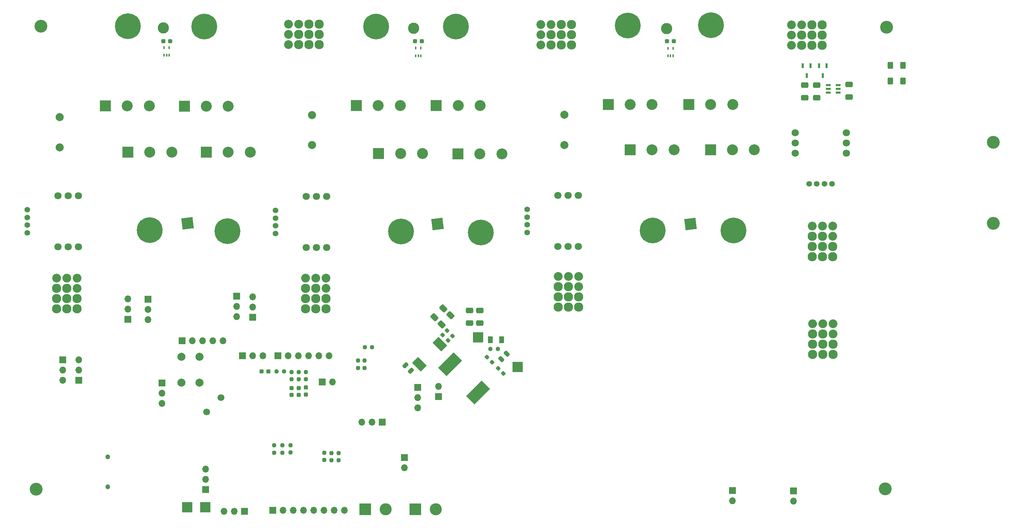
<source format=gbr>
%TF.GenerationSoftware,KiCad,Pcbnew,7.0.1*%
%TF.CreationDate,2023-11-27T14:14:32+03:00*%
%TF.ProjectId,motordriver,6d6f746f-7264-4726-9976-65722e6b6963,rev?*%
%TF.SameCoordinates,Original*%
%TF.FileFunction,Soldermask,Bot*%
%TF.FilePolarity,Negative*%
%FSLAX46Y46*%
G04 Gerber Fmt 4.6, Leading zero omitted, Abs format (unit mm)*
G04 Created by KiCad (PCBNEW 7.0.1) date 2023-11-27 14:14:32*
%MOMM*%
%LPD*%
G01*
G04 APERTURE LIST*
G04 Aperture macros list*
%AMRoundRect*
0 Rectangle with rounded corners*
0 $1 Rounding radius*
0 $2 $3 $4 $5 $6 $7 $8 $9 X,Y pos of 4 corners*
0 Add a 4 corners polygon primitive as box body*
4,1,4,$2,$3,$4,$5,$6,$7,$8,$9,$2,$3,0*
0 Add four circle primitives for the rounded corners*
1,1,$1+$1,$2,$3*
1,1,$1+$1,$4,$5*
1,1,$1+$1,$6,$7*
1,1,$1+$1,$8,$9*
0 Add four rect primitives between the rounded corners*
20,1,$1+$1,$2,$3,$4,$5,0*
20,1,$1+$1,$4,$5,$6,$7,0*
20,1,$1+$1,$6,$7,$8,$9,0*
20,1,$1+$1,$8,$9,$2,$3,0*%
%AMHorizOval*
0 Thick line with rounded ends*
0 $1 width*
0 $2 $3 position (X,Y) of the first rounded end (center of the circle)*
0 $4 $5 position (X,Y) of the second rounded end (center of the circle)*
0 Add line between two ends*
20,1,$1,$2,$3,$4,$5,0*
0 Add two circle primitives to create the rounded ends*
1,1,$1,$2,$3*
1,1,$1,$4,$5*%
%AMRotRect*
0 Rectangle, with rotation*
0 The origin of the aperture is its center*
0 $1 length*
0 $2 width*
0 $3 Rotation angle, in degrees counterclockwise*
0 Add horizontal line*
21,1,$1,$2,0,0,$3*%
G04 Aperture macros list end*
%ADD10C,6.400000*%
%ADD11R,2.715000X2.715000*%
%ADD12C,2.715000*%
%ADD13R,1.700000X1.700000*%
%ADD14O,1.700000X1.700000*%
%ADD15C,2.175000*%
%ADD16C,2.300000*%
%ADD17C,3.200000*%
%ADD18C,1.800000*%
%ADD19C,1.416000*%
%ADD20C,2.000000*%
%ADD21R,3.000000X3.000000*%
%ADD22C,3.000000*%
%ADD23C,1.200000*%
%ADD24R,2.500000X2.500000*%
%ADD25C,1.700000*%
%ADD26RoundRect,0.237500X-0.237500X0.250000X-0.237500X-0.250000X0.237500X-0.250000X0.237500X0.250000X0*%
%ADD27RoundRect,0.237500X0.237500X-0.250000X0.237500X0.250000X-0.237500X0.250000X-0.237500X-0.250000X0*%
%ADD28RoundRect,0.250000X-0.167938X0.751301X-0.751301X0.167938X0.167938X-0.751301X0.751301X-0.167938X0*%
%ADD29RoundRect,0.237500X-0.300000X-0.237500X0.300000X-0.237500X0.300000X0.237500X-0.300000X0.237500X0*%
%ADD30RoundRect,0.250000X-0.400000X-0.625000X0.400000X-0.625000X0.400000X0.625000X-0.400000X0.625000X0*%
%ADD31RoundRect,0.237500X0.237500X-0.300000X0.237500X0.300000X-0.237500X0.300000X-0.237500X-0.300000X0*%
%ADD32R,0.400000X0.650000*%
%ADD33R,0.600000X1.300000*%
%ADD34RoundRect,0.237500X-0.250000X-0.237500X0.250000X-0.237500X0.250000X0.237500X-0.250000X0.237500X0*%
%ADD35RoundRect,0.237500X0.344715X-0.008839X-0.008839X0.344715X-0.344715X0.008839X0.008839X-0.344715X0*%
%ADD36RoundRect,0.250000X0.159099X-0.512652X0.512652X-0.159099X-0.159099X0.512652X-0.512652X0.159099X0*%
%ADD37RoundRect,0.250000X-0.650000X0.412500X-0.650000X-0.412500X0.650000X-0.412500X0.650000X0.412500X0*%
%ADD38RoundRect,0.250000X0.375000X0.625000X-0.375000X0.625000X-0.375000X-0.625000X0.375000X-0.625000X0*%
%ADD39RoundRect,0.250000X0.512652X0.159099X0.159099X0.512652X-0.512652X-0.159099X-0.159099X-0.512652X0*%
%ADD40RotRect,2.050000X3.050000X45.000000*%
%ADD41R,1.200000X0.600000*%
%ADD42RotRect,2.800000X2.800000X97.000000*%
%ADD43HorizOval,2.800000X0.000000X0.000000X0.000000X0.000000X0*%
%ADD44RotRect,2.900000X5.400000X315.000000*%
G04 APERTURE END LIST*
D10*
%TO.C,H8*%
X70574964Y-32301993D03*
%TD*%
%TO.C,H13*%
X119380000Y-83312000D03*
%TD*%
D11*
%TO.C,Q11*%
X190850000Y-51730000D03*
D12*
X196300000Y-51730000D03*
X201750000Y-51730000D03*
%TD*%
D13*
%TO.C,J15*%
X35450000Y-115200000D03*
D14*
X35450000Y-117740000D03*
X35450000Y-120280000D03*
%TD*%
D15*
%TO.C,WSC3*%
X226700000Y-106200000D03*
X224160000Y-106200000D03*
X221620000Y-106200000D03*
X226700000Y-108740000D03*
D16*
X224160000Y-108740000D03*
X221620000Y-108740000D03*
X226700000Y-111280000D03*
X224160000Y-111280000D03*
X221620000Y-111280000D03*
X226700000Y-113820000D03*
X224160000Y-113820000D03*
X221620000Y-113820000D03*
%TD*%
D17*
%TO.C,H1*%
X30000000Y-32250000D03*
%TD*%
D13*
%TO.C,J2*%
X128750000Y-124345000D03*
D14*
X128750000Y-121805000D03*
%TD*%
D15*
%TO.C,WSC7*%
X91490800Y-31699200D03*
X91490800Y-34239200D03*
X91490800Y-36779200D03*
X94030800Y-31699200D03*
D16*
X94030800Y-34239200D03*
X94030800Y-36779200D03*
X96570800Y-31699200D03*
X96570800Y-34239200D03*
X96570800Y-36779200D03*
X99110800Y-31699200D03*
X99110800Y-34239200D03*
X99110800Y-36779200D03*
%TD*%
D13*
%TO.C,J4*%
X88870000Y-114220000D03*
D14*
X91410000Y-114220000D03*
X93950000Y-114220000D03*
X96490000Y-114220000D03*
X99030000Y-114220000D03*
X101570000Y-114220000D03*
%TD*%
D15*
%TO.C,WSC8*%
X154076400Y-31800800D03*
X154076400Y-34340800D03*
X154076400Y-36880800D03*
X156616400Y-31800800D03*
D16*
X156616400Y-34340800D03*
X156616400Y-36880800D03*
X159156400Y-31800800D03*
X159156400Y-34340800D03*
X159156400Y-36880800D03*
X161696400Y-31800800D03*
X161696400Y-34340800D03*
X161696400Y-36880800D03*
%TD*%
D17*
%TO.C,H23*%
X266446000Y-61138000D03*
%TD*%
D11*
%TO.C,Q1*%
X45996000Y-52070000D03*
D12*
X51446000Y-52070000D03*
X56896000Y-52070000D03*
%TD*%
D18*
%TO.C,LESR1*%
X34225000Y-74400000D03*
X36765000Y-74400000D03*
X39305000Y-74400000D03*
X39305000Y-87100000D03*
X36765000Y-87100000D03*
X34225000Y-87100000D03*
D19*
X26595000Y-83607000D03*
X26595000Y-81703000D03*
X26595000Y-79797000D03*
X26605000Y-77892000D03*
%TD*%
D13*
%TO.C,J1*%
X99817000Y-120700000D03*
D14*
X102357000Y-120700000D03*
%TD*%
D11*
%TO.C,Q6*%
X113828000Y-63862000D03*
D12*
X119278000Y-63862000D03*
X124728000Y-63862000D03*
%TD*%
D10*
%TO.C,H9*%
X56988964Y-82951993D03*
%TD*%
D15*
%TO.C,WSC6*%
X163500000Y-94500000D03*
X160960000Y-94500000D03*
X158420000Y-94500000D03*
X163500000Y-97040000D03*
D16*
X160960000Y-97040000D03*
X158420000Y-97040000D03*
X163500000Y-99580000D03*
X160960000Y-99580000D03*
X158420000Y-99580000D03*
X163500000Y-102120000D03*
X160960000Y-102120000D03*
X158420000Y-102120000D03*
%TD*%
D10*
%TO.C,H15*%
X175668964Y-32099993D03*
%TD*%
D13*
%TO.C,J5*%
X114780000Y-130700000D03*
D14*
X112240000Y-130700000D03*
X109700000Y-130700000D03*
%TD*%
D10*
%TO.C,H17*%
X181864000Y-83058000D03*
%TD*%
D20*
%TO.C,SW1*%
X64842000Y-120904000D03*
X64842000Y-114404000D03*
X69342000Y-120904000D03*
X69342000Y-114404000D03*
%TD*%
D21*
%TO.C,J7*%
X122936000Y-152400000D03*
D22*
X128016000Y-152400000D03*
%TD*%
D11*
%TO.C,Q12*%
X176300000Y-63000000D03*
D12*
X181750000Y-63000000D03*
X187200000Y-63000000D03*
%TD*%
D20*
%TO.C,C116*%
X159918400Y-54250000D03*
X159918400Y-61750000D03*
%TD*%
D15*
%TO.C,WSC2*%
X226568000Y-81940400D03*
X224028000Y-81940400D03*
X221488000Y-81940400D03*
X226568000Y-84480400D03*
D16*
X224028000Y-84480400D03*
X221488000Y-84480400D03*
X226568000Y-87020400D03*
X224028000Y-87020400D03*
X221488000Y-87020400D03*
X226568000Y-89560400D03*
X224028000Y-89560400D03*
X221488000Y-89560400D03*
%TD*%
D13*
%TO.C,J9*%
X87590000Y-152660000D03*
D14*
X90130000Y-152660000D03*
X92670000Y-152660000D03*
X95210000Y-152660000D03*
X97750000Y-152660000D03*
X100290000Y-152660000D03*
X102830000Y-152660000D03*
X105370000Y-152660000D03*
%TD*%
D13*
%TO.C,J16*%
X56591200Y-100091000D03*
D14*
X56591200Y-102631000D03*
X56591200Y-105171000D03*
%TD*%
D23*
%TO.C,IC5*%
X46609000Y-146819000D03*
X46609000Y-139319000D03*
%TD*%
D13*
%TO.C,J14*%
X82600000Y-104625000D03*
D14*
X82600000Y-102085000D03*
X82600000Y-99545000D03*
%TD*%
D13*
%TO.C,J13*%
X51612800Y-105156000D03*
D14*
X51612800Y-102616000D03*
X51612800Y-100076000D03*
%TD*%
D17*
%TO.C,H3*%
X28837000Y-147368000D03*
%TD*%
D11*
%TO.C,Q10*%
X196250000Y-63000000D03*
D12*
X201700000Y-63000000D03*
X207150000Y-63000000D03*
%TD*%
D13*
%TO.C,M2*%
X216865200Y-147777200D03*
D14*
X216865200Y-150317200D03*
%TD*%
D13*
%TO.C,J3*%
X80503000Y-152908000D03*
D14*
X77963000Y-152908000D03*
X75423000Y-152908000D03*
%TD*%
D11*
%TO.C,Q7*%
X128143000Y-51990000D03*
D12*
X133593000Y-51990000D03*
X139043000Y-51990000D03*
%TD*%
D11*
%TO.C,Q9*%
X170850000Y-51730000D03*
D12*
X176300000Y-51730000D03*
X181750000Y-51730000D03*
%TD*%
D13*
%TO.C,M1*%
X201676000Y-147721400D03*
D14*
X201676000Y-150261400D03*
%TD*%
D24*
%TO.C,TP8*%
X66294000Y-151892000D03*
%TD*%
D10*
%TO.C,H11*%
X113184964Y-32301993D03*
%TD*%
%TO.C,H18*%
X201930000Y-83058000D03*
%TD*%
D15*
%TO.C,WSC5*%
X100750000Y-94920000D03*
X98210000Y-94920000D03*
X95670000Y-94920000D03*
X100750000Y-97460000D03*
D16*
X98210000Y-97460000D03*
X95670000Y-97460000D03*
X100750000Y-100000000D03*
X98210000Y-100000000D03*
X95670000Y-100000000D03*
X100750000Y-102540000D03*
X98210000Y-102540000D03*
X95670000Y-102540000D03*
%TD*%
D20*
%TO.C,C96*%
X34671000Y-54857000D03*
X34671000Y-62357000D03*
%TD*%
D10*
%TO.C,H12*%
X133058964Y-32301993D03*
%TD*%
D13*
%TO.C,J17*%
X78587600Y-99360000D03*
D14*
X78587600Y-101900000D03*
X78587600Y-104440000D03*
%TD*%
D11*
%TO.C,Q2*%
X51584000Y-63528000D03*
D12*
X57034000Y-63528000D03*
X62484000Y-63528000D03*
%TD*%
D15*
%TO.C,WSC1*%
X216306400Y-31851600D03*
X216306400Y-34391600D03*
X216306400Y-36931600D03*
X218846400Y-31851600D03*
D16*
X218846400Y-34391600D03*
X218846400Y-36931600D03*
X221386400Y-31851600D03*
X221386400Y-34391600D03*
X221386400Y-36931600D03*
X223926400Y-31851600D03*
X223926400Y-34391600D03*
X223926400Y-36931600D03*
%TD*%
D13*
%TO.C,J12*%
X70866000Y-147432000D03*
D14*
X70866000Y-144892000D03*
X70866000Y-142352000D03*
%TD*%
D13*
%TO.C,J6*%
X120280000Y-139475000D03*
D14*
X120280000Y-142015000D03*
%TD*%
D25*
%TO.C,Y2*%
X71122233Y-128157767D03*
X74657767Y-124622233D03*
%TD*%
D13*
%TO.C,J18*%
X39400000Y-120310000D03*
D14*
X39400000Y-117770000D03*
X39400000Y-115230000D03*
%TD*%
D10*
%TO.C,H7*%
X51562000Y-32258000D03*
%TD*%
D17*
%TO.C,H4*%
X239597000Y-147268000D03*
%TD*%
%TO.C,H24*%
X266446000Y-81280000D03*
%TD*%
D15*
%TO.C,WSC4*%
X39000000Y-94920000D03*
X36460000Y-94920000D03*
X33920000Y-94920000D03*
X39000000Y-97460000D03*
D16*
X36460000Y-97460000D03*
X33920000Y-97460000D03*
X39000000Y-100000000D03*
X36460000Y-100000000D03*
X33920000Y-100000000D03*
X39000000Y-102540000D03*
X36460000Y-102540000D03*
X33920000Y-102540000D03*
%TD*%
D11*
%TO.C,Q3*%
X65607000Y-52088000D03*
D12*
X71057000Y-52088000D03*
X76507000Y-52088000D03*
%TD*%
D18*
%TO.C,LESR4*%
X217233000Y-63794800D03*
X217233000Y-61254800D03*
X217233000Y-58714800D03*
X229933000Y-58714800D03*
X229933000Y-61254800D03*
X229933000Y-63794800D03*
D19*
X226440000Y-71424800D03*
X224536000Y-71424800D03*
X222630000Y-71424800D03*
X220725000Y-71414800D03*
%TD*%
D13*
%TO.C,J20*%
X60080000Y-120930000D03*
D14*
X60080000Y-123470000D03*
X60080000Y-126010000D03*
%TD*%
D21*
%TO.C,J11*%
X110490000Y-152400000D03*
D22*
X115570000Y-152400000D03*
%TD*%
D17*
%TO.C,H2*%
X240000000Y-32500000D03*
%TD*%
D13*
%TO.C,J10*%
X123550000Y-122040000D03*
D14*
X123550000Y-124580000D03*
X123550000Y-127120000D03*
%TD*%
D11*
%TO.C,Q4*%
X71057000Y-63588000D03*
D12*
X76507000Y-63588000D03*
X81957000Y-63588000D03*
%TD*%
D10*
%TO.C,H14*%
X139192000Y-83566000D03*
%TD*%
D18*
%TO.C,LESR2*%
X95880000Y-74543000D03*
X98420000Y-74543000D03*
X100960000Y-74543000D03*
X100960000Y-87243000D03*
X98420000Y-87243000D03*
X95880000Y-87243000D03*
D19*
X88250000Y-83750000D03*
X88250000Y-81846000D03*
X88250000Y-79940000D03*
X88260000Y-78035000D03*
%TD*%
D10*
%TO.C,H10*%
X76292964Y-83205993D03*
%TD*%
D11*
%TO.C,Q8*%
X133550000Y-64000000D03*
D12*
X139000000Y-64000000D03*
X144450000Y-64000000D03*
%TD*%
D13*
%TO.C,J19*%
X80020000Y-114210000D03*
D14*
X82560000Y-114210000D03*
X85100000Y-114210000D03*
%TD*%
D13*
%TO.C,J8*%
X65024000Y-110490000D03*
D14*
X67564000Y-110490000D03*
X70104000Y-110490000D03*
X72644000Y-110490000D03*
X75184000Y-110490000D03*
%TD*%
D20*
%TO.C,C95*%
X97282000Y-54289000D03*
X97282000Y-61789000D03*
%TD*%
D24*
%TO.C,TP9*%
X70844000Y-151892000D03*
%TD*%
D10*
%TO.C,H16*%
X196342000Y-32004000D03*
%TD*%
D11*
%TO.C,Q5*%
X108300000Y-51990000D03*
D12*
X113750000Y-51990000D03*
X119200000Y-51990000D03*
%TD*%
D18*
%TO.C,LESR3*%
X158380000Y-74293000D03*
X160920000Y-74293000D03*
X163460000Y-74293000D03*
X163460000Y-86993000D03*
X160920000Y-86993000D03*
X158380000Y-86993000D03*
D19*
X150750000Y-83500000D03*
X150750000Y-81596000D03*
X150750000Y-79690000D03*
X150760000Y-77785000D03*
%TD*%
D26*
%TO.C,R134*%
X91970000Y-136427500D03*
X91970000Y-138252500D03*
%TD*%
D27*
%TO.C,R81*%
X110300000Y-117212500D03*
X110300000Y-115387500D03*
%TD*%
%TO.C,R139*%
X103886000Y-140208000D03*
X103886000Y-138383000D03*
%TD*%
D28*
%TO.C,C82*%
X131660854Y-104152746D03*
X129451146Y-106362454D03*
%TD*%
D29*
%TO.C,C93*%
X84735500Y-118110000D03*
X86460500Y-118110000D03*
%TD*%
D30*
%TO.C,R75*%
X240893600Y-41960800D03*
X243993600Y-41960800D03*
%TD*%
D31*
%TO.C,C90*%
X95760000Y-123810000D03*
X95760000Y-122085000D03*
%TD*%
D27*
%TO.C,R83*%
X92202000Y-120038500D03*
X92202000Y-118213500D03*
%TD*%
D32*
%TO.C,U9*%
X186959000Y-39619000D03*
X186309000Y-39619000D03*
X185659000Y-39619000D03*
X185659000Y-37719000D03*
X186959000Y-37719000D03*
%TD*%
D33*
%TO.C,Q14*%
X219166400Y-42081600D03*
X221066400Y-42081600D03*
X220116400Y-44481600D03*
%TD*%
D34*
%TO.C,R80*%
X141581500Y-112522000D03*
X143406500Y-112522000D03*
%TD*%
D27*
%TO.C,R82*%
X108700000Y-117212500D03*
X108700000Y-115387500D03*
%TD*%
D35*
%TO.C,R76*%
X132145235Y-109245235D03*
X130854765Y-107954765D03*
%TD*%
D29*
%TO.C,C114*%
X122835500Y-35941000D03*
X124560500Y-35941000D03*
%TD*%
D36*
%TO.C,C84*%
X144272000Y-115062000D03*
X145615502Y-113718498D03*
%TD*%
D37*
%TO.C,C87*%
X230632000Y-46748300D03*
X230632000Y-49873300D03*
%TD*%
D26*
%TO.C,R136*%
X87870000Y-136457500D03*
X87870000Y-138282500D03*
%TD*%
D35*
%TO.C,R79*%
X141996235Y-115834235D03*
X140705765Y-114543765D03*
%TD*%
D38*
%TO.C,D24*%
X144402000Y-110236000D03*
X141602000Y-110236000D03*
%TD*%
D34*
%TO.C,R84*%
X88495500Y-118110000D03*
X90320500Y-118110000D03*
%TD*%
D35*
%TO.C,R77*%
X131045235Y-110345235D03*
X129754765Y-109054765D03*
%TD*%
D32*
%TO.C,U7*%
X61864000Y-39431000D03*
X61214000Y-39431000D03*
X60564000Y-39431000D03*
X60564000Y-37531000D03*
X61864000Y-37531000D03*
%TD*%
D39*
%TO.C,C39*%
X121861040Y-117899325D03*
X120517538Y-116555823D03*
%TD*%
D29*
%TO.C,C115*%
X185446500Y-35941000D03*
X187171500Y-35941000D03*
%TD*%
D26*
%TO.C,R135*%
X89900000Y-136467500D03*
X89900000Y-138292500D03*
%TD*%
D31*
%TO.C,C92*%
X92202000Y-123952000D03*
X92202000Y-122227000D03*
%TD*%
D40*
%TO.C,D1*%
X124000000Y-116300000D03*
X129020458Y-111279542D03*
%TD*%
D30*
%TO.C,R116*%
X240893600Y-45872400D03*
X243993600Y-45872400D03*
%TD*%
D28*
%TO.C,C79*%
X129882854Y-102425546D03*
X127673146Y-104635254D03*
%TD*%
D35*
%TO.C,R78*%
X144790235Y-118628235D03*
X143499765Y-117337765D03*
%TD*%
D37*
%TO.C,C32*%
X139000000Y-102937500D03*
X139000000Y-106062500D03*
%TD*%
D27*
%TO.C,R138*%
X100330000Y-140104500D03*
X100330000Y-138279500D03*
%TD*%
%TO.C,R137*%
X102108000Y-140208000D03*
X102108000Y-138383000D03*
%TD*%
D24*
%TO.C,TP7*%
X148336000Y-116941600D03*
%TD*%
D41*
%TO.C,IC2*%
X225470400Y-48752800D03*
X225470400Y-47802800D03*
X225470400Y-46852800D03*
X227970400Y-46852800D03*
X227970400Y-47802800D03*
X227970400Y-48752800D03*
%TD*%
D27*
%TO.C,R28*%
X95758000Y-120038500D03*
X95758000Y-118213500D03*
%TD*%
%TO.C,R74*%
X93980000Y-120038500D03*
X93980000Y-118213500D03*
%TD*%
D37*
%TO.C,C38*%
X136400000Y-102937500D03*
X136400000Y-106062500D03*
%TD*%
D24*
%TO.C,TP6*%
X138557000Y-109601000D03*
%TD*%
D42*
%TO.C,C76*%
X66372798Y-81248361D03*
D43*
X60401200Y-32613600D03*
%TD*%
D34*
%TO.C,R68*%
X110387500Y-112100000D03*
X112212500Y-112100000D03*
%TD*%
D37*
%TO.C,C86*%
X219608400Y-46900700D03*
X219608400Y-50025700D03*
%TD*%
D42*
%TO.C,C118*%
X128501198Y-81400761D03*
D43*
X122529600Y-32766000D03*
%TD*%
D31*
%TO.C,C91*%
X93980000Y-123952000D03*
X93980000Y-122227000D03*
%TD*%
D37*
%TO.C,C85*%
X222605600Y-46849900D03*
X222605600Y-49974900D03*
%TD*%
D33*
%TO.C,Q13*%
X223179600Y-42081600D03*
X225079600Y-42081600D03*
X224129600Y-44481600D03*
%TD*%
D29*
%TO.C,C113*%
X60351500Y-35941000D03*
X62076500Y-35941000D03*
%TD*%
D32*
%TO.C,U8*%
X124348000Y-39558000D03*
X123698000Y-39558000D03*
X123048000Y-39558000D03*
X123048000Y-37658000D03*
X124348000Y-37658000D03*
%TD*%
D42*
%TO.C,C120*%
X191289998Y-81451561D03*
D43*
X185318400Y-32816800D03*
%TD*%
D44*
%TO.C,L5*%
X131572000Y-116332000D03*
X138572358Y-123332358D03*
%TD*%
M02*

</source>
